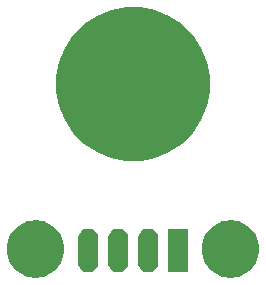
<source format=gbs>
G04 #@! TF.GenerationSoftware,KiCad,Pcbnew,5.0.2-bee76a0~70~ubuntu18.04.1*
G04 #@! TF.CreationDate,2019-03-09T17:40:24+01:00*
G04 #@! TF.ProjectId,touchsense7,746f7563-6873-4656-9e73-65372e6b6963,0_1*
G04 #@! TF.SameCoordinates,Original*
G04 #@! TF.FileFunction,Soldermask,Bot*
G04 #@! TF.FilePolarity,Negative*
%FSLAX46Y46*%
G04 Gerber Fmt 4.6, Leading zero omitted, Abs format (unit mm)*
G04 Created by KiCad (PCBNEW 5.0.2-bee76a0~70~ubuntu18.04.1) date 2019-03-09T17:40:24 CET*
%MOMM*%
%LPD*%
G01*
G04 APERTURE LIST*
%ADD10C,0.100000*%
G04 APERTURE END LIST*
D10*
G36*
X46687543Y-40773638D02*
X47062347Y-40848191D01*
X47503668Y-41030992D01*
X47900848Y-41296379D01*
X48238621Y-41634152D01*
X48504008Y-42031332D01*
X48686809Y-42472653D01*
X48780000Y-42941158D01*
X48780000Y-43418842D01*
X48686809Y-43887347D01*
X48504008Y-44328668D01*
X48238621Y-44725848D01*
X47900848Y-45063621D01*
X47503668Y-45329008D01*
X47062347Y-45511809D01*
X46687543Y-45586362D01*
X46593843Y-45605000D01*
X46116157Y-45605000D01*
X46022457Y-45586362D01*
X45647653Y-45511809D01*
X45206332Y-45329008D01*
X44809152Y-45063621D01*
X44471379Y-44725848D01*
X44205992Y-44328668D01*
X44023191Y-43887347D01*
X43930000Y-43418842D01*
X43930000Y-42941158D01*
X44023191Y-42472653D01*
X44205992Y-42031332D01*
X44471379Y-41634152D01*
X44809152Y-41296379D01*
X45206332Y-41030992D01*
X45647653Y-40848191D01*
X46022457Y-40773638D01*
X46116157Y-40755000D01*
X46593843Y-40755000D01*
X46687543Y-40773638D01*
X46687543Y-40773638D01*
G37*
G36*
X30177543Y-40773638D02*
X30552347Y-40848191D01*
X30993668Y-41030992D01*
X31390848Y-41296379D01*
X31728621Y-41634152D01*
X31994008Y-42031332D01*
X32176809Y-42472653D01*
X32270000Y-42941158D01*
X32270000Y-43418842D01*
X32176809Y-43887347D01*
X31994008Y-44328668D01*
X31728621Y-44725848D01*
X31390848Y-45063621D01*
X30993668Y-45329008D01*
X30552347Y-45511809D01*
X30177543Y-45586362D01*
X30083843Y-45605000D01*
X29606157Y-45605000D01*
X29512457Y-45586362D01*
X29137653Y-45511809D01*
X28696332Y-45329008D01*
X28299152Y-45063621D01*
X27961379Y-44725848D01*
X27695992Y-44328668D01*
X27513191Y-43887347D01*
X27420000Y-43418842D01*
X27420000Y-42941158D01*
X27513191Y-42472653D01*
X27695992Y-42031332D01*
X27961379Y-41634152D01*
X28299152Y-41296379D01*
X28696332Y-41030992D01*
X29137653Y-40848191D01*
X29512457Y-40773638D01*
X29606157Y-40755000D01*
X30083843Y-40755000D01*
X30177543Y-40773638D01*
X30177543Y-40773638D01*
G37*
G36*
X34332420Y-41465000D02*
X34459295Y-41477496D01*
X34579727Y-41514029D01*
X34622088Y-41526879D01*
X34772112Y-41607068D01*
X34903612Y-41714988D01*
X35011532Y-41846488D01*
X35091721Y-41996512D01*
X35091722Y-41996516D01*
X35141104Y-42159305D01*
X35153600Y-42286180D01*
X35153600Y-44343820D01*
X35141104Y-44470695D01*
X35104571Y-44591127D01*
X35091721Y-44633488D01*
X35011532Y-44783512D01*
X34903612Y-44915012D01*
X34772112Y-45022932D01*
X34622087Y-45103121D01*
X34579726Y-45115971D01*
X34459294Y-45152504D01*
X34290000Y-45169178D01*
X34289999Y-45169178D01*
X34233568Y-45163620D01*
X34120705Y-45152504D01*
X34000273Y-45115971D01*
X33957912Y-45103121D01*
X33807888Y-45022932D01*
X33676388Y-44915012D01*
X33568468Y-44783512D01*
X33488279Y-44633487D01*
X33475429Y-44591126D01*
X33438896Y-44470694D01*
X33426400Y-44343819D01*
X33426401Y-42286180D01*
X33438897Y-42159305D01*
X33488279Y-41996516D01*
X33488280Y-41996512D01*
X33568469Y-41846488D01*
X33676389Y-41714988D01*
X33807889Y-41607068D01*
X33957913Y-41526879D01*
X34000274Y-41514029D01*
X34120706Y-41477496D01*
X34290000Y-41460822D01*
X34290001Y-41460822D01*
X34332420Y-41465000D01*
X34332420Y-41465000D01*
G37*
G36*
X36872420Y-41465000D02*
X36999295Y-41477496D01*
X37119727Y-41514029D01*
X37162088Y-41526879D01*
X37312112Y-41607068D01*
X37443612Y-41714988D01*
X37551532Y-41846488D01*
X37631721Y-41996512D01*
X37631722Y-41996516D01*
X37681104Y-42159305D01*
X37693600Y-42286180D01*
X37693600Y-44343820D01*
X37681104Y-44470695D01*
X37644571Y-44591127D01*
X37631721Y-44633488D01*
X37551532Y-44783512D01*
X37443612Y-44915012D01*
X37312112Y-45022932D01*
X37162087Y-45103121D01*
X37119726Y-45115971D01*
X36999294Y-45152504D01*
X36830000Y-45169178D01*
X36829999Y-45169178D01*
X36773568Y-45163620D01*
X36660705Y-45152504D01*
X36540273Y-45115971D01*
X36497912Y-45103121D01*
X36347888Y-45022932D01*
X36216388Y-44915012D01*
X36108468Y-44783512D01*
X36028279Y-44633487D01*
X36015429Y-44591126D01*
X35978896Y-44470694D01*
X35966400Y-44343819D01*
X35966401Y-42286180D01*
X35978897Y-42159305D01*
X36028279Y-41996516D01*
X36028280Y-41996512D01*
X36108469Y-41846488D01*
X36216389Y-41714988D01*
X36347889Y-41607068D01*
X36497913Y-41526879D01*
X36540274Y-41514029D01*
X36660706Y-41477496D01*
X36830000Y-41460822D01*
X36830001Y-41460822D01*
X36872420Y-41465000D01*
X36872420Y-41465000D01*
G37*
G36*
X39412420Y-41465000D02*
X39539295Y-41477496D01*
X39659727Y-41514029D01*
X39702088Y-41526879D01*
X39852112Y-41607068D01*
X39983612Y-41714988D01*
X40091532Y-41846488D01*
X40171721Y-41996512D01*
X40171722Y-41996516D01*
X40221104Y-42159305D01*
X40233600Y-42286180D01*
X40233600Y-44343820D01*
X40221104Y-44470695D01*
X40184571Y-44591127D01*
X40171721Y-44633488D01*
X40091532Y-44783512D01*
X39983612Y-44915012D01*
X39852112Y-45022932D01*
X39702087Y-45103121D01*
X39659726Y-45115971D01*
X39539294Y-45152504D01*
X39370000Y-45169178D01*
X39369999Y-45169178D01*
X39313568Y-45163620D01*
X39200705Y-45152504D01*
X39080273Y-45115971D01*
X39037912Y-45103121D01*
X38887888Y-45022932D01*
X38756388Y-44915012D01*
X38648468Y-44783512D01*
X38568279Y-44633487D01*
X38555429Y-44591126D01*
X38518896Y-44470694D01*
X38506400Y-44343819D01*
X38506401Y-42286180D01*
X38518897Y-42159305D01*
X38568279Y-41996516D01*
X38568280Y-41996512D01*
X38648469Y-41846488D01*
X38756389Y-41714988D01*
X38887889Y-41607068D01*
X39037913Y-41526879D01*
X39080274Y-41514029D01*
X39200706Y-41477496D01*
X39370000Y-41460822D01*
X39370001Y-41460822D01*
X39412420Y-41465000D01*
X39412420Y-41465000D01*
G37*
G36*
X42773600Y-45165000D02*
X41046400Y-45165000D01*
X41046400Y-41465000D01*
X42773600Y-41465000D01*
X42773600Y-45165000D01*
X42773600Y-45165000D01*
G37*
G36*
X39577385Y-22876527D02*
X39995980Y-22959791D01*
X41178905Y-23449774D01*
X42239910Y-24158715D01*
X42243512Y-24161122D01*
X43148878Y-25066488D01*
X43148880Y-25066491D01*
X43860226Y-26131095D01*
X44350209Y-27314020D01*
X44600000Y-28569806D01*
X44600000Y-29850194D01*
X44350209Y-31105980D01*
X43860226Y-32288905D01*
X43151285Y-33349910D01*
X43148878Y-33353512D01*
X42243512Y-34258878D01*
X42243509Y-34258880D01*
X41178905Y-34970226D01*
X39995980Y-35460209D01*
X39577385Y-35543473D01*
X38740196Y-35710000D01*
X37459804Y-35710000D01*
X36622615Y-35543473D01*
X36204020Y-35460209D01*
X35021095Y-34970226D01*
X33956491Y-34258880D01*
X33956488Y-34258878D01*
X33051122Y-33353512D01*
X33048715Y-33349910D01*
X32339774Y-32288905D01*
X31849791Y-31105980D01*
X31600000Y-29850194D01*
X31600000Y-28569806D01*
X31849791Y-27314020D01*
X32339774Y-26131095D01*
X33051120Y-25066491D01*
X33051122Y-25066488D01*
X33956488Y-24161122D01*
X33960090Y-24158715D01*
X35021095Y-23449774D01*
X36204020Y-22959791D01*
X36622615Y-22876527D01*
X37459804Y-22710000D01*
X38740196Y-22710000D01*
X39577385Y-22876527D01*
X39577385Y-22876527D01*
G37*
M02*

</source>
